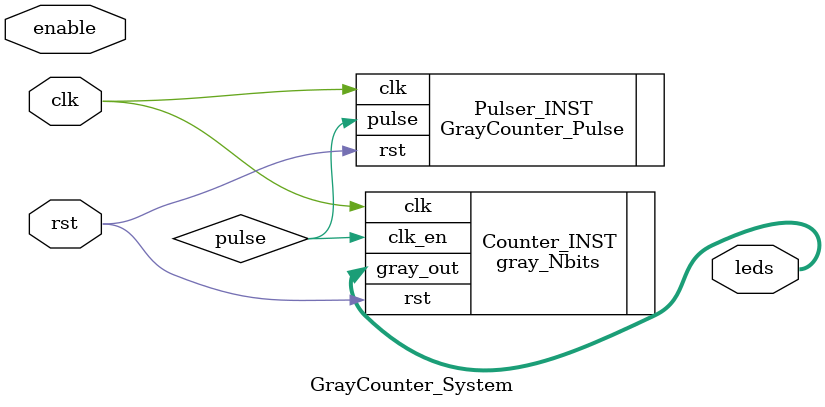
<source format=v>

`timescale 1ns / 1ps
module GrayCounter_System(clk, rst, enable, leds);
  parameter N = 4;
  parameter distance = 100000000; // How much for 1 Hz when clk period is 10 ns? //
  input clk, rst, enable;
  output [N-1:0] leds;
  wire pulse, pulse_enabled;
    
  // Instantiation of the GrayCounter_Pulse 
  // Epae
  GrayCounter_Pulse Pulser_INST (
    .clk (clk),
    .rst (rst),
    .pulse (pulse)
  );
  
	assign pulse_enabled = enable & pulse;
  
  // Instantiation of the gray_Nbits 
  // Epae
  gray_Nbits Counter_INST (
    .clk ( clk ),
    .clk_en ( pulse ),
    .rst ( rst ),
    .gray_out ( leds )
  );


endmodule

</source>
